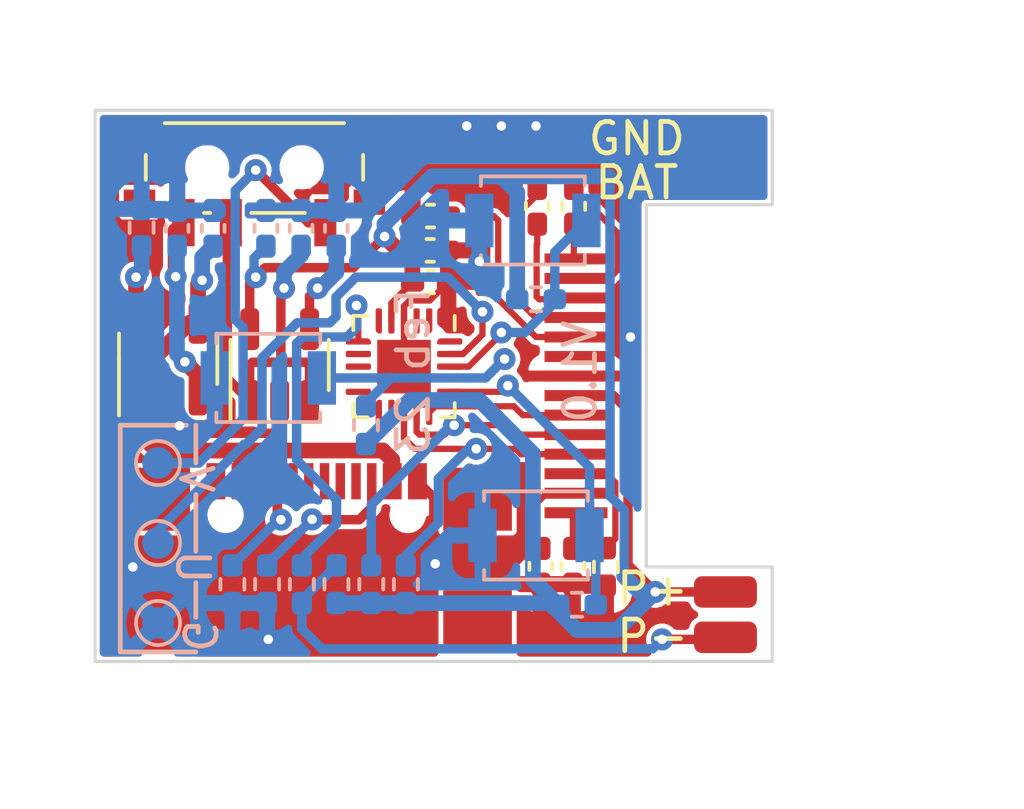
<source format=kicad_pcb>
(kicad_pcb (version 20211014) (generator pcbnew)
  (layers (0 "F.Cu" signal) (31 "B.Cu" power) (34 "B.Paste" user) (35 "F.Paste" user) (36 "B.SilkS" user "B.Silkscreen") (37 "F.SilkS" user "F.Silkscreen") (38 "B.Mask" user) (39 "F.Mask" user) (44 "Edge.Cuts" user))
  (net 0 "")
  (net 1 "/C2P")
  (net 2 "/C2N")
  (net 3 "/C1P")
  (net 4 "/C1N")
  (net 5 "GND")
  (net 6 "/VBUS")
  (net 7 "/BAT+")
  (net 8 "/bypass")
  (net 9 "/VBAT")
  (net 10 "+3V3")
  (net 11 "/-Piezo")
  (net 14 "SCL")
  (net 15 "SDA")
  (net 16 "BTN_RIGHT")
  (net 17 "BTN_LEFT")
  (net 18 "SENSE")
  (net 19 "VCC")
  (net 20 "UDPI")
  (net 22 "~{RES}")
  (net 29 "/CRG_PROG")
  (net 34 "/VCOMM")
  (net 35 "/VCC_CAP")
  (net 37 "/IREF")
  (net 42 "/CC1")
  (net 43 "/CC2")
  (net 44 "/PWR_IN")
  (net 45 "BTN_MID")
  (footprint "Capacitor_SMD:C_0402_1005Metric_Pad0.74x0.62mm_HandSolder" (layer "F.Cu") (at 150.15 107.95)
    (fp_text reference "C12")
    (fp_text value "100n")
    (pad "1" smd roundrect (at -0.5675 0) (size 0.735 0.62) (layers "F.Cu" "F.Paste" "F.Mask") (net 10 "+3V3"))
    (pad "2" smd roundrect (at 0.5675 0) (size 0.735 0.62) (layers "F.Cu" "F.Paste" "F.Mask") (net 5 "GND"))
  )
  (footprint "Resistor_SMD:R_0402_1005Metric_Pad0.72x0.64mm_HandSolder" (layer "F.Cu") (at 155.72 117 -90)
    (fp_text reference "R2")
    (fp_text value "330K")
    (pad "1" smd roundrect (at -0.5975 0 270) (size 0.715 0.64) (layers "F.Cu" "F.Paste" "F.Mask") (net 37 "/IREF"))
    (pad "2" smd roundrect (at 0.5975 0 270) (size 0.715 0.64) (layers "F.Cu" "F.Paste" "F.Mask") (net 5 "GND"))
  )
  (footprint "Package_DFN_QFN:VQFN-20-1EP_3x3mm_P0.4mm_EP1.7x1.7mm" (layer "F.Cu") (at 149.308476 110.64 -90)
    (fp_text reference "U4")
    (fp_text value "ATtiny1616-MNR")
    (pad "1" smd custom (at -1.45 -0.8 270) (size 0.143431 0.143431) (layers "F.Cu" "F.Paste" "F.Mask") (options (clearance outline) (anchor circle)) (primitives (gr_poly (pts (xy 0.35 0.000711) (xy 0.35 0.05) (xy -0.35 0.05) (xy -0.35 -0.05) (xy 0.299289 -0.05)) (width 0.1) (fill yes))))
    (pad "2" smd roundrect (at -1.45 -0.4 270) (size 0.8 0.2) (layers "F.Cu" "F.Paste" "F.Mask"))
    (pad "3" smd roundrect (at -1.45 0 270) (size 0.8 0.2) (layers "F.Cu" "F.Paste" "F.Mask") (net 5 "GND"))
    (pad "4" smd roundrect (at -1.45 0.4 270) (size 0.8 0.2) (layers "F.Cu" "F.Paste" "F.Mask") (net 10 "+3V3"))
    (pad "5" smd custom (at -1.45 0.8 270) (size 0.143431 0.143431) (layers "F.Cu" "F.Paste" "F.Mask") (options (clearance outline) (anchor circle)) (primitives (gr_poly (pts (xy 0.35 -0.000711) (xy 0.299289 0.05) (xy -0.35 0.05) (xy -0.35 -0.05) (xy 0.35 -0.05)) (width 0.1) (fill yes))))
    (pad "6" smd custom (at -0.8 1.45 270) (size 0.143431 0.143431) (layers "F.Cu" "F.Paste" "F.Mask") (net 18 "SENSE") (options (clearance outline) (anchor circle)) (primitives (gr_poly (pts (xy 0.05 0.35) (xy -0.05 0.35) (xy -0.05 -0.299289) (xy 0.000711 -0.35) (xy 0.05 -0.35)) (width 0.1) (fill yes))))
    (pad "7" smd roundrect (at -0.4 1.45 270) (size 0.2 0.8) (layers "F.Cu" "F.Paste" "F.Mask"))
    (pad "8" smd roundrect (at 0 1.45 270) (size 0.2 0.8) (layers "F.Cu" "F.Paste" "F.Mask"))
    (pad "9" smd roundrect (at 0.4 1.45 270) (size 0.2 0.8) (layers "F.Cu" "F.Paste" "F.Mask"))
    (pad "10" smd custom (at 0.8 1.45 270) (size 0.143431 0.143431) (layers "F.Cu" "F.Paste" "F.Mask") (options (clearance outline) (anchor circle)) (primitives (gr_poly (pts (xy 0.05 -0.299289) (xy 0.05 0.35) (xy -0.05 0.35) (xy -0.05 -0.35) (xy -0.000711 -0.35)) (width 0.1) (fill yes))))
    (pad "11" smd custom (at 1.45 0.8 270) (size 0.143431 0.143431) (layers "F.Cu" "F.Paste" "F.Mask") (options (clearance outline) (anchor circle)) (primitives (gr_poly (pts (xy 0.35 0.05) (xy -0.299289 0.05) (xy -0.35 -0.000711) (xy -0.35 -0.05) (xy 0.35 -0.05)) (width 0.1) (fill yes))))
    (pad "12" smd roundrect (at 1.45 0.4 270) (size 0.8 0.2) (layers "F.Cu" "F.Paste" "F.Mask"))
    (pad "13" smd roundrect (at 1.45 0 270) (size 0.8 0.2) (layers "F.Cu" "F.Paste" "F.Mask") (net 15 "SDA"))
    (pad "14" smd roundrect (at 1.45 -0.4 270) (size 0.8 0.2) (layers "F.Cu" "F.Paste" "F.Mask") (net 14 "SCL"))
    (pad "15" smd custom (at 1.45 -0.8 270) (size 0.143431 0.143431) (layers "F.Cu" "F.Paste" "F.Mask") (net 22 "~{RES}") (options (clearance outline) (anchor circle)) (primitives (gr_poly (pts (xy 0.35 0.05) (xy -0.35 0.05) (xy -0.35 0.000711) (xy -0.299289 -0.05) (xy 0.35 -0.05)) (width 0.1) (fill yes))))
    (pad "16" smd custom (at 0.8 -1.45 270) (size 0.143431 0.143431) (layers "F.Cu" "F.Paste" "F.Mask") (net 16 "BTN_RIGHT") (options (clearance outline) (anchor circle)) (primitives (gr_poly (pts (xy 0.05 0.299289) (xy -0.000711 0.35) (xy -0.05 0.35) (xy -0.05 -0.35) (xy 0.05 -0.35)) (width 0.1) (fill yes))))
    (pad "17" smd roundrect (at 0.4 -1.45 270) (size 0.2 0.8) (layers "F.Cu" "F.Paste" "F.Mask") (net 45 "BTN_MID"))
    (pad "18" smd roundrect (at 0 -1.45 270) (size 0.2 0.8) (layers "F.Cu" "F.Paste" "F.Mask") (net 17 "BTN_LEFT"))
    (pad "19" smd roundrect (at -0.4 -1.45 270) (size 0.2 0.8) (layers "F.Cu" "F.Paste" "F.Mask") (net 20 "UDPI"))
    (pad "20" smd custom (at -0.8 -1.45 270) (size 0.143431 0.143431) (layers "F.Cu" "F.Paste" "F.Mask") (options (clearance outline) (anchor circle)) (primitives (gr_poly (pts (xy 0.05 0.35) (xy 0.000711 0.35) (xy -0.05 0.299289) (xy -0.05 -0.35) (xy 0.05 -0.35)) (width 0.1) (fill yes))))
    (pad "21" smd rect (at 0 0 270) (size 1.7 1.7) (layers "F.Cu" "F.Mask") (net 5 "GND"))
  )
  (footprint "Capacitor_SMD:C_0402_1005Metric_Pad0.74x0.62mm_HandSolder" (layer "F.Cu") (at 150.15 105.86 180)
    (fp_text reference "C9")
    (fp_text value "1uF")
    (pad "1" smd roundrect (at -0.5675 0 180) (size 0.735 0.62) (layers "F.Cu" "F.Paste" "F.Mask") (net 9 "/VBAT"))
    (pad "2" smd roundrect (at 0.5675 0 180) (size 0.735 0.62) (layers "F.Cu" "F.Paste" "F.Mask") (net 5 "GND"))
  )
  (footprint "hafvklocka_footprints_lib:SOFNG MC-311S USB-C" (layer "F.Cu") (at 146.535 118.75)
    (fp_text reference "J8")
    (fp_text value "USB_C_Receptacle_USB2.0")
    (pad "" np_thru_hole circle (at 2.89 -3.4) (size 0.65 0.65) (drill 0.65) (layers F&B.Cu *.Mask))
    (pad "" np_thru_hole circle (at -2.89 -3.4) (size 0.65 0.65) (drill 0.65) (layers F&B.Cu *.Mask))
    (pad "A1" smd rect (at -3.2 -4.47) (size 0.6 1.15) (layers "F.Cu" "F.Paste" "F.Mask") (net 5 "GND"))
    (pad "A1" smd rect (at 3.2 -4.47) (size 0.6 1.15) (layers "F.Cu" "F.Paste" "F.Mask") (net 5 "GND"))
    (pad "A4" smd rect (at -2.4 -4.47) (size 0.6 1.15) (layers "F.Cu" "F.Paste" "F.Mask") (net 6 "/VBUS"))
    (pad "A4" smd rect (at 2.4 -4.47) (size 0.6 1.15) (layers "F.Cu" "F.Paste" "F.Mask") (net 6 "/VBUS"))
    (pad "A5" smd rect (at -1.25 -4.47) (size 0.3 1.15) (layers "F.Cu" "F.Paste" "F.Mask") (net 42 "/CC1"))
    (pad "A6" smd rect (at -0.25 -4.47) (size 0.3 1.15) (layers "F.Cu" "F.Paste" "F.Mask"))
    (pad "A7" smd rect (at 0.25 -4.47) (size 0.3 1.15) (layers "F.Cu" "F.Paste" "F.Mask"))
    (pad "A8" smd rect (at 1.25 -4.47) (size 0.3 1.15) (layers "F.Cu" "F.Paste" "F.Mask"))
    (pad "B5" smd rect (at 1.75 -4.47) (size 0.3 1.15) (layers "F.Cu" "F.Paste" "F.Mask") (net 43 "/CC2"))
    (pad "B6" smd rect (at 0.75 -4.47) (size 0.3 1.15) (layers "F.Cu" "F.Paste" "F.Mask"))
    (pad "B7" smd rect (at -0.75 -4.47) (size 0.3 1.15) (layers "F.Cu" "F.Paste" "F.Mask"))
    (pad "B8" smd rect (at -1.75 -4.47) (size 0.3 1.15) (layers "F.Cu" "F.Paste" "F.Mask"))
    (pad "S1" smd rect (at -5.11 -3.9) (size 2.18 2) (layers "F.Cu" "F.Paste" "F.Mask"))
    (pad "S1" smd rect (at 5.11 -3.9) (size 2.18 2) (layers "F.Cu" "F.Paste" "F.Mask"))
    (pad "S1" smd rect (at 5.11 0) (size 2.18 2) (layers "F.Cu" "F.Paste" "F.Mask"))
    (pad "S1" smd rect (at -5.11 0) (size 2.18 2) (layers "F.Cu" "F.Paste" "F.Mask"))
  )
  (footprint "Package_TO_SOT_SMD:SOT-23-5" (layer "F.Cu") (at 145.36 110.59 90)
    (fp_text reference "U3")
    (fp_text value "TC1014-3.3VCT713")
    (pad "1" smd roundrect (at -1.1375 -0.95 90) (size 1.325 0.6) (layers "F.Cu" "F.Paste" "F.Mask") (net 44 "/PWR_IN"))
    (pad "2" smd roundrect (at -1.1375 0 90) (size 1.325 0.6) (layers "F.Cu" "F.Paste" "F.Mask") (net 5 "GND"))
    (pad "3" smd roundrect (at -1.1375 0.95 90) (size 1.325 0.6) (layers "F.Cu" "F.Paste" "F.Mask") (net 44 "/PWR_IN"))
    (pad "4" smd roundrect (at 1.1375 0.95 90) (size 1.325 0.6) (layers "F.Cu" "F.Paste" "F.Mask") (net 8 "/bypass"))
    (pad "5" smd roundrect (at 1.1375 -0.95 90) (size 1.325 0.6) (layers "F.Cu" "F.Paste" "F.Mask") (net 10 "+3V3"))
  )
  (footprint "Connector_Wire:SolderWirePad_1x01_SMD_1x2mm" (layer "F.Cu") (at 159.515 117.795 -90)
    (fp_text reference "J6")
    (fp_text value "+PIEZO")
    (pad "1" smd roundrect (at 0 0 270) (size 1 2) (layers "F.Cu" "F.Paste" "F.Mask") (net 10 "+3V3"))
  )
  (footprint "Capacitor_SMD:C_0402_1005Metric_Pad0.74x0.62mm_HandSolder" (layer "F.Cu") (at 154.7 105.55 90)
    (fp_text reference "C1")
    (fp_text value "1uF")
    (pad "1" smd roundrect (at -0.5675 0 90) (size 0.735 0.62) (layers "F.Cu" "F.Paste" "F.Mask") (net 1 "/C2P"))
    (pad "2" smd roundrect (at 0.5675 0 90) (size 0.735 0.62) (layers "F.Cu" "F.Paste" "F.Mask") (net 2 "/C2N"))
  )
  (footprint "Capacitor_SMD:C_0402_1005Metric_Pad0.74x0.62mm_HandSolder" (layer "F.Cu") (at 150.14 106.95)
    (fp_text reference "C11")
    (fp_text value "1uF")
    (pad "1" smd roundrect (at -0.5675 0) (size 0.735 0.62) (layers "F.Cu" "F.Paste" "F.Mask") (net 10 "+3V3"))
    (pad "2" smd roundrect (at 0.5675 0) (size 0.735 0.62) (layers "F.Cu" "F.Paste" "F.Mask") (net 5 "GND"))
  )
  (footprint "Package_TO_SOT_SMD:SOT-23-5" (layer "F.Cu") (at 141.82 110.39 90)
    (fp_text reference "U2")
    (fp_text value "MCP73812T-420I-OT")
    (pad "1" smd roundrect (at -1.1375 -0.95 90) (size 1.325 0.6) (layers "F.Cu" "F.Paste" "F.Mask") (net 6 "/VBUS"))
    (pad "2" smd roundrect (at -1.1375 0 90) (size 1.325 0.6) (layers "F.Cu" "F.Paste" "F.Mask") (net 5 "GND"))
    (pad "3" smd roundrect (at -1.1375 0.95 90) (size 1.325 0.6) (layers "F.Cu" "F.Paste" "F.Mask") (net 7 "/BAT+"))
    (pad "4" smd roundrect (at 1.1375 0.95 90) (size 1.325 0.6) (layers "F.Cu" "F.Paste" "F.Mask") (net 6 "/VBUS"))
    (pad "5" smd roundrect (at 1.1375 -0.95 90) (size 1.325 0.6) (layers "F.Cu" "F.Paste" "F.Mask") (net 29 "/CRG_PROG"))
  )
  (footprint "Connector_Wire:SolderWirePad_1x01_SMD_1x2mm" (layer "F.Cu") (at 159.565 104.755 90)
    (fp_text reference "J1")
    (fp_text value "+BAT")
    (pad "1" smd roundrect (at 0 0 90) (size 1 2) (layers "F.Cu" "F.Paste" "F.Mask") (net 7 "/BAT+"))
  )
  (footprint "Capacitor_SMD:C_0402_1005Metric_Pad0.74x0.62mm_HandSolder" (layer "F.Cu") (at 153.65 116.98 -90)
    (fp_text reference "C5")
    (fp_text value "4.7uF")
    (pad "1" smd roundrect (at -0.5675 0 270) (size 0.735 0.62) (layers "F.Cu" "F.Paste" "F.Mask") (net 34 "/VCOMM"))
    (pad "2" smd roundrect (at 0.5675 0 270) (size 0.735 0.62) (layers "F.Cu" "F.Paste" "F.Mask") (net 5 "GND"))
  )
  (footprint "Connector_Wire:SolderWirePad_1x01_SMD_1x2mm" (layer "F.Cu") (at 159.575 103.295 90)
    (fp_text reference "J2")
    (fp_text value "-BAT")
    (pad "1" smd roundrect (at 0 0 90) (size 1 2) (layers "F.Cu" "F.Paste" "F.Mask") (net 5 "GND"))
  )
  (footprint "Connector_Wire:SolderWirePad_1x01_SMD_1x2mm" (layer "F.Cu") (at 159.515 119.235 -90)
    (fp_text reference "J7")
    (fp_text value "-PIEZO")
    (pad "1" smd roundrect (at 0 0 270) (size 1 2) (layers "F.Cu" "F.Paste" "F.Mask") (net 11 "/-Piezo"))
  )
  (footprint "Capacitor_SMD:C_0402_1005Metric_Pad0.74x0.62mm_HandSolder" (layer "F.Cu") (at 154.67 116.98 -90)
    (fp_text reference "C6")
    (fp_text value "2.2uF")
    (pad "1" smd roundrect (at -0.5675 0 270) (size 0.735 0.62) (layers "F.Cu" "F.Paste" "F.Mask") (net 35 "/VCC_CAP"))
    (pad "2" smd roundrect (at 0.5675 0 270) (size 0.735 0.62) (layers "F.Cu" "F.Paste" "F.Mask") (net 5 "GND"))
  )
  (footprint "Capacitor_SMD:C_0402_1005Metric_Pad0.74x0.62mm_HandSolder" (layer "F.Cu") (at 153.54 105.55 90)
    (fp_text reference "C2")
    (fp_text value "1uF")
    (pad "1" smd roundrect (at -0.5675 0 90) (size 0.735 0.62) (layers "F.Cu" "F.Paste" "F.Mask") (net 3 "/C1P"))
    (pad "2" smd roundrect (at 0.5675 0 90) (size 0.735 0.62) (layers "F.Cu" "F.Paste" "F.Mask") (net 4 "/C1N"))
  )
  (footprint "Button_Switch_SMD:SW_SPDT_PCM12" (layer "F.Cu") (at 144.56 104.64 180)
    (fp_text reference "SW1")
    (fp_text value "PWR_SEL")
    (pad "" smd rect (at 3.65 1.43 180) (size 1 0.8) (layers "F.Cu" "F.Paste" "F.Mask"))
    (pad "" smd rect (at 3.65 -0.78 180) (size 1 0.8) (layers "F.Cu" "F.Paste" "F.Mask"))
    (pad "" np_thru_hole circle (at -1.5 0.33 180) (size 0.9 0.9) (drill 0.9) (layers *.Cu *.Mask))
    (pad "" smd rect (at -3.65 -0.78 180) (size 1 0.8) (layers "F.Cu" "F.Paste" "F.Mask"))
    (pad "" np_thru_hole circle (at 1.5 0.33 180) (size 0.9 0.9) (drill 0.9) (layers *.Cu *.Mask))
    (pad "" smd rect (at -3.65 1.43 180) (size 1 0.8) (layers "F.Cu" "F.Paste" "F.Mask"))
    (pad "1" smd rect (at -2.25 -1.43 180) (size 0.7 1.5) (layers "F.Cu" "F.Paste" "F.Mask") (net 19 "VCC"))
    (pad "2" smd rect (at 0.75 -1.43 180) (size 0.7 1.5) (layers "F.Cu" "F.Paste" "F.Mask") (net 44 "/PWR_IN"))
    (pad "3" smd rect (at 2.25 -1.43 180) (size 0.7 1.5) (layers "F.Cu" "F.Paste" "F.Mask") (net 7 "/BAT+"))
  )
  (footprint "hafvklocka_footprints_lib:SSD1306-14pin" (layer "F.Cu") (at 154.77 111.25 -90)
    (fp_text reference "U1")
    (fp_text value "SSD1306-14pin")
    (pad "1" smd rect (at -4.03 0 270) (size 0.35 2) (layers "F.Cu" "F.Paste" "F.Mask") (net 1 "/C2P"))
    (pad "2" smd rect (at -3.41 0 270) (size 0.35 2) (layers "F.Cu" "F.Paste" "F.Mask") (net 2 "/C2N"))
    (pad "3" smd rect (at -2.79 0 270) (size 0.35 2) (layers "F.Cu" "F.Paste" "F.Mask") (net 3 "/C1P"))
    (pad "4" smd rect (at -2.17 0 270) (size 0.35 2) (layers "F.Cu" "F.Paste" "F.Mask") (net 4 "/C1N"))
    (pad "5" smd rect (at -1.55 0 270) (size 0.35 2) (layers "F.Cu" "F.Paste" "F.Mask") (net 9 "/VBAT"))
    (pad "6" smd rect (at -0.93 0 270) (size 0.35 2) (layers "F.Cu" "F.Paste" "F.Mask"))
    (pad "7" smd rect (at -0.31 0 270) (size 0.35 2) (layers "F.Cu" "F.Paste" "F.Mask") (net 5 "GND"))
    (pad "8" smd rect (at 0.31 0 270) (size 0.35 2) (layers "F.Cu" "F.Paste" "F.Mask") (net 10 "+3V3"))
    (pad "9" smd rect (at 0.93 0 270) (size 0.35 2) (layers "F.Cu" "F.Paste" "F.Mask") (net 22 "~{RES}"))
    (pad "10" smd rect (at 1.55 0 270) (size 0.35 2) (layers "F.Cu" "F.Paste" "F.Mask") (net 14 "SCL"))
    (pad "11" smd rect (at 2.17 0 270) (size 0.35 2) (layers "F.Cu" "F.Paste" "F.Mask") (net 15 "SDA"))
    (pad "12" smd rect (at 2.79 0 270) (size 0.35 2) (layers "F.Cu" "F.Paste" "F.Mask") (net 37 "/IREF"))
    (pad "13" smd rect (at 3.41 0 270) (size 0.35 2) (layers "F.Cu" "F.Paste" "F.Mask") (net 34 "/VCOMM"))
    (pad "14" smd rect (at 4.03 0 270) (size 0.35 2) (layers "F.Cu" "F.Paste" "F.Mask") (net 35 "/VCC_CAP"))
  )
  (footprint "Resistor_SMD:R_0402_1005Metric_Pad0.72x0.64mm_HandSolder" (layer "B.Cu") (at 147.164 117.55 -90)
    (fp_text reference "R9")
    (fp_text value "1M")
    (pad "1" smd roundrect (at -0.5975 0 270) (size 0.715 0.64) (layers "B.Cu" "B.Paste" "B.Mask") (net 11 "/-Piezo"))
    (pad "2" smd roundrect (at 0.5975 0 270) (size 0.715 0.64) (layers "B.Cu" "B.Paste" "B.Mask") (net 10 "+3V3"))
  )
  (footprint "Resistor_SMD:R_0402_1005Metric_Pad0.72x0.64mm_HandSolder" (layer "B.Cu") (at 154.8 118.2)
    (fp_text reference "R7")
    (fp_text value "2K")
    (pad "1" smd roundrect (at -0.5975 0) (size 0.715 0.64) (layers "B.Cu" "B.Paste" "B.Mask") (net 10 "+3V3"))
    (pad "2" smd roundrect (at 0.5975 0) (size 0.715 0.64) (layers "B.Cu" "B.Paste" "B.Mask") (net 16 "BTN_RIGHT"))
  )
  (footprint "Button_Switch_SMD:SW_SPST_B3U-1000P" (layer "B.Cu") (at 153.5 116 180)
    (fp_text reference "SW3")
    (fp_text value "BTN_RIGHT")
    (pad "1" smd rect (at -1.7 0 180) (size 0.9 1.7) (layers "B.Cu" "B.Paste" "B.Mask") (net 16 "BTN_RIGHT"))
    (pad "2" smd rect (at 1.7 0 180) (size 0.9 1.7) (layers "B.Cu" "B.Paste" "B.Mask") (net 5 "GND"))
  )
  (footprint "Capacitor_SMD:C_0402_1005Metric_Pad0.74x0.62mm_HandSolder" (layer "B.Cu") (at 143.25 106.25 90)
    (fp_text reference "C4")
    (fp_text value "1uF")
    (pad "1" smd roundrect (at -0.5675 0 90) (size 0.735 0.62) (layers "B.Cu" "B.Paste" "B.Mask") (net 6 "/VBUS"))
    (pad "2" smd roundrect (at 0.5675 0 90) (size 0.735 0.62) (layers "B.Cu" "B.Paste" "B.Mask") (net 5 "GND"))
  )
  (footprint "Resistor_SMD:R_0402_1005Metric_Pad0.72x0.64mm_HandSolder" (layer "B.Cu") (at 140.978 106.23 90)
    (fp_text reference "R1")
    (fp_text value "10K")
    (pad "1" smd roundrect (at -0.5975 0 90) (size 0.715 0.64) (layers "B.Cu" "B.Paste" "B.Mask") (net 29 "/CRG_PROG"))
    (pad "2" smd roundrect (at 0.5975 0 90) (size 0.715 0.64) (layers "B.Cu" "B.Paste" "B.Mask") (net 5 "GND"))
  )
  (footprint "Button_Switch_SMD:SW_SPST_B3U-1000P" (layer "B.Cu") (at 145 111 180)
    (fp_text reference "SW4")
    (fp_text value "BTN_MID")
    (pad "1" smd rect (at -1.7 0 180) (size 0.9 1.7) (layers "B.Cu" "B.Paste" "B.Mask") (net 45 "BTN_MID"))
    (pad "2" smd rect (at 1.7 0 180) (size 0.9 1.7) (layers "B.Cu" "B.Paste" "B.Mask") (net 5 "GND"))
  )
  (footprint "Resistor_SMD:R_0402_1005Metric_Pad0.72x0.64mm_HandSolder" (layer "B.Cu") (at 143.86 117.55 -90)
    (fp_text reference "R11")
    (fp_text value "5K1")
    (pad "1" smd roundrect (at -0.5975 0 270) (size 0.715 0.64) (layers "B.Cu" "B.Paste" "B.Mask") (net 42 "/CC1"))
    (pad "2" smd roundrect (at 0.5975 0 270) (size 0.715 0.64) (layers "B.Cu" "B.Paste" "B.Mask") (net 5 "GND"))
  )
  (footprint "TestPoint:TestPoint_Pad_D1.0mm" (layer "B.Cu") (at 141.5 116.24 -90)
    (fp_text reference "J4")
    (fp_text value "UDPI")
    (pad "1" smd circle (at 0 0 270) (size 1 1) (layers "B.Cu" "B.Mask") (net 20 "UDPI"))
  )
  (footprint "Resistor_SMD:R_0402_1005Metric_Pad0.72x0.64mm_HandSolder" (layer "B.Cu") (at 148.27 117.55 90)
    (fp_text reference "R3")
    (fp_text value "2K")
    (pad "1" smd roundrect (at -0.5975 0 90) (size 0.715 0.64) (layers "B.Cu" "B.Paste" "B.Mask") (net 10 "+3V3"))
    (pad "2" smd roundrect (at 0.5975 0 90) (size 0.715 0.64) (layers "B.Cu" "B.Paste" "B.Mask") (net 14 "SCL"))
  )
  (footprint "Button_Switch_SMD:SW_SPST_B3U-1000P" (layer "B.Cu") (at 153.4 106 180)
    (fp_text reference "SW2")
    (fp_text value "BTN_LEFT")
    (pad "1" smd rect (at -1.7 0 180) (size 0.9 1.7) (layers "B.Cu" "B.Paste" "B.Mask") (net 17 "BTN_LEFT"))
    (pad "2" smd rect (at 1.7 0 180) (size 0.9 1.7) (layers "B.Cu" "B.Paste" "B.Mask") (net 5 "GND"))
  )
  (footprint "Resistor_SMD:R_0402_1005Metric_Pad0.72x0.64mm_HandSolder" (layer "B.Cu") (at 153.5 108.5)
    (fp_text reference "R6")
    (fp_text value "2K")
    (pad "1" smd roundrect (at -0.5975 0) (size 0.715 0.64) (layers "B.Cu" "B.Paste" "B.Mask") (net 10 "+3V3"))
    (pad "2" smd roundrect (at 0.5975 0) (size 0.715 0.64) (layers "B.Cu" "B.Paste" "B.Mask") (net 17 "BTN_LEFT"))
  )
  (footprint "Resistor_SMD:R_0402_1005Metric_Pad0.72x0.64mm_HandSolder" (layer "B.Cu") (at 148.1 112.5 90)
    (fp_text reference "R5")
    (fp_text value "2K")
    (pad "1" smd roundrect (at -0.5975 0 90) (size 0.715 0.64) (layers "B.Cu" "B.Paste" "B.Mask") (net 10 "+3V3"))
    (pad "2" smd roundrect (at 0.5975 0 90) (size 0.715 0.64) (layers "B.Cu" "B.Paste" "B.Mask") (net 45 "BTN_MID"))
  )
  (footprint "Resistor_SMD:R_0402_1005Metric_Pad0.72x0.64mm_HandSolder" (layer "B.Cu") (at 149.368 117.55 90)
    (fp_text reference "R4")
    (fp_text value "2K")
    (pad "1" smd roundrect (at -0.5975 0 90) (size 0.715 0.64) (layers "B.Cu" "B.Paste" "B.Mask") (net 10 "+3V3"))
    (pad "2" smd roundrect (at 0.5975 0 90) (size 0.715 0.64) (layers "B.Cu" "B.Paste" "B.Mask") (net 15 "SDA"))
  )
  (footprint "Resistor_SMD:R_0402_1005Metric_Pad0.72x0.64mm_HandSolder" (layer "B.Cu") (at 146.066 117.55 -90)
    (fp_text reference "R8")
    (fp_text value "100K")
    (pad "1" smd roundrect (at -0.5975 0 270) (size 0.715 0.64) (layers "B.Cu" "B.Paste" "B.Mask") (net 18 "SENSE"))
    (pad "2" smd roundrect (at 0.5975 0 270) (size 0.715 0.64) (layers "B.Cu" "B.Paste" "B.Mask") (net 11 "/-Piezo"))
  )
  (footprint "Resistor_SMD:R_0402_1005Metric_Pad0.72x0.64mm_HandSolder" (layer "B.Cu") (at 144.962 117.55 -90)
    (fp_text reference "R10")
    (fp_text value "5K1")
    (pad "1" smd roundrect (at -0.5975 0 270) (size 0.715 0.64) (layers "B.Cu" "B.Paste" "B.Mask") (net 43 "/CC2"))
    (pad "2" smd roundrect (at 0.5975 0 270) (size 0.715 0.64) (layers "B.Cu" "B.Paste" "B.Mask") (net 5 "GND"))
  )
  (footprint "Capacitor_SMD:C_0402_1005Metric_Pad0.74x0.62mm_HandSolder" (layer "B.Cu") (at 144.924 106.25 90)
    (fp_text reference "C10")
    (fp_text value "1uF")
    (pad "1" smd roundrect (at -0.5675 0 90) (size 0.735 0.62) (layers "B.Cu" "B.Paste" "B.Mask") (net 10 "+3V3"))
    (pad "2" smd roundrect (at 0.5675 0 90) (size 0.735 0.62) (layers "B.Cu" "B.Paste" "B.Mask") (net 5 "GND"))
  )
  (footprint "TestPoint:TestPoint_Pad_D1.0mm" (layer "B.Cu") (at 141.5 113.7 -90)
    (fp_text reference "J3")
    (fp_text value "VCC")
    (pad "1" smd circle (at 0 0 270) (size 1 1) (layers "B.Cu" "B.Mask") (net 19 "VCC"))
  )
  (footprint "Capacitor_SMD:C_0402_1005Metric_Pad0.74x0.62mm_HandSolder" (layer "B.Cu") (at 147.16 106.25 90)
    (fp_text reference "C8")
    (fp_text value "470pF")
    (pad "1" smd roundrect (at -0.5675 0 90) (size 0.735 0.62) (layers "B.Cu" "B.Paste" "B.Mask") (net 8 "/bypass"))
    (pad "2" smd roundrect (at 0.5675 0 90) (size 0.735 0.62) (layers "B.Cu" "B.Paste" "B.Mask") (net 5 "GND"))
  )
  (footprint "Capacitor_SMD:C_0402_1005Metric_Pad0.74x0.62mm_HandSolder" (layer "B.Cu") (at 146.042 106.25 90)
    (fp_text reference "C3")
    (fp_text value "1uF")
    (pad "1" smd roundrect (at -0.5675 0 90) (size 0.735 0.62) (layers "B.Cu" "B.Paste" "B.Mask") (net 44 "/PWR_IN"))
    (pad "2" smd roundrect (at 0.5675 0 90) (size 0.735 0.62) (layers "B.Cu" "B.Paste" "B.Mask") (net 5 "GND"))
  )
  (footprint "Capacitor_SMD:C_0402_1005Metric_Pad0.74x0.62mm_HandSolder" (layer "B.Cu") (at 142.106 106.25 90)
    (fp_text reference "C7")
    (fp_text value "1uF")
    (pad "1" smd roundrect (at -0.5675 0 90) (size 0.735 0.62) (layers "B.Cu" "B.Paste" "B.Mask") (net 7 "/BAT+"))
    (pad "2" smd roundrect (at 0.5675 0 90) (size 0.735 0.62) (layers "B.Cu" "B.Paste" "B.Mask") (net 5 "GND"))
  )
  (footprint "TestPoint:TestPoint_Pad_D1.0mm" (layer "B.Cu") (at 141.5 118.78 -90)
    (fp_text reference "J5")
    (fp_text value "GND")
    (pad "1" smd circle (at 0 0 270) (size 1 1) (layers "B.Cu" "B.Mask") (net 5 "GND"))
  )
  (gr_line (start 142.7 116.5) (end 142.7 114.7) (layer "B.SilkS") (width 0.15))
  (gr_line (start 142.7 113.7) (end 142.7 112.5) (layer "B.SilkS") (width 0.15))
  (gr_line (start 142.7 118.6) (end 142.7 117.5) (layer "B.SilkS") (width 0.15))
  (gr_line (start 142.4 112.5) (end 140.3 112.5) (layer "B.SilkS") (width 0.15))
  (gr_line (start 140.3 119.7) (end 142.7 119.7) (layer "B.SilkS") (width 0.15))
  (gr_line (start 140.3 112.5) (end 140.3 119.7) (layer "B.SilkS") (width 0.15))
  (gr_line locked (start 157 105.5) (end 161 105.5) (layer "Edge.Cuts") (width 0.1))
  (gr_line locked (start 157 117) (end 161 117) (layer "Edge.Cuts") (width 0.1))
  (gr_line locked (start 161 102.5) (end 161 105.5) (layer "Edge.Cuts") (width 0.1))
  (gr_line locked (start 139.5 120) (end 139.5 102.5) (layer "Edge.Cuts") (width 0.1))
  (gr_line locked (start 161 120) (end 139.5 120) (layer "Edge.Cuts") (width 0.1))
  (gr_line locked (start 157 105.5) (end 157 117) (layer "Edge.Cuts") (width 0.1))
  (gr_line locked (start 161 117) (end 161 120) (layer "Edge.Cuts") (width 0.1))
  (gr_line locked (start 161 102.5) (end 139.5 102.5) (layer "Edge.Cuts") (width 0.1))
  (gr_text "V" (at 142.7 114.2 270) (layer "B.SilkS") (effects (font (size 1 1)) (justify mirror)))
  (gr_text "G" (at 142.8 119.2 270) (layer "B.SilkS") (effects (font (size 1 1)) (justify mirror)))
  (gr_text "V1.0" (at 154.9 110.8 90) (layer "B.SilkS") (effects (font (size 1 1)) (justify mirror)))
  (gr_text "Feb 23" (at 149.6 110.8 90) (layer "B.SilkS") (effects (font (size 1 1)) (justify mirror)))
  (gr_text "U\n" (at 142.6 117 270) (layer "B.SilkS") (effects (font (size 1 1)) (justify mirror)))
  (gr_text "BAT" (at 156.7 104.8) (layer "F.SilkS") (effects (font (size 1 1))))
  (gr_text "P+" (at 157.2 117.7) (layer "F.SilkS") (effects (font (size 1 1))))
  (gr_text "GND" (at 156.7 103.4) (layer "F.SilkS") (effects (font (size 1 1))))
  (gr_text "P-" (at 157.2 119.2) (layer "F.SilkS") (effects (font (size 1 1))))
  (segment (start 154.7 107.15) (end 154.77 107.22) (width 0.2) (layer "F.Cu") (net 1))
  (segment (start 154.7 106.1175) (end 154.7 107.15) (width 0.2) (layer "F.Cu") (net 1))
  (segment (start 154.7 104.9825) (end 154.7 105) (width 0.2) (layer "F.Cu") (net 2))
  (segment (start 156.1 106.4) (end 156.1 107.565) (width 0.2) (layer "F.Cu") (net 2))
  (segment (start 154.7 105) (end 156.1 106.4) (width 0.2) (layer "F.Cu") (net 2))
  (segment (start 156.1 107.565) (end 155.825 107.84) (width 0.2) (layer "F.Cu") (net 2))
  (segment (start 155.825 107.84) (end 154.77 107.84) (width 0.2) (layer "F.Cu") (net 2))
  (segment (start 153.6 108.5) (end 154.73 108.5) (width 0.2) (layer "F.Cu") (net 3))
  (segment (start 153.52 108.42) (end 153.6 108.5) (width 0.2) (layer "F.Cu") (net 3))
  (segment (start 153.54 106.74) (end 153.52 106.76) (width 0.2) (layer "F.Cu") (net 3))
  (segment (start 153.52 106.76) (end 153.52 108.42) (width 0.2) (layer "F.Cu") (net 3))
  (segment (start 153.54 106.1175) (end 153.54 106.74) (width 0.2) (layer "F.Cu") (net 3))
  (segment (start 154.73 108.5) (end 154.77 108.46) (width 0.2) (layer "F.Cu") (net 3))
  (segment (start 153.54 104.9825) (end 153.54 105.177244) (width 0.2) (layer "F.Cu") (net 4))
  (segment (start 153.54 105.177244) (end 152.98 105.737244) (width 0.2) (layer "F.Cu") (net 4))
  (segment (start 152.98 108.58) (end 153.48 109.08) (width 0.2) (layer "F.Cu") (net 4))
  (segment (start 152.98 105.737244) (end 152.98 108.58) (width 0.2) (layer "F.Cu") (net 4))
  (segment (start 153.48 109.08) (end 154.77 109.08) (width 0.2) (layer "F.Cu") (net 4))
  (segment (start 143.335 114.28) (end 142.815 114.8) (width 0.3) (layer "F.Cu") (net 5))
  (segment (start 149.6175 105.86) (end 150.7075 106.95) (width 0.3) (layer "F.Cu") (net 5))
  (segment (start 149.308476 109.19) (end 149.308476 108.718998) (width 0.2) (layer "F.Cu") (net 5))
  (segment (start 154.67 117.5475) (end 153.65 117.5475) (width 0.5) (layer "F.Cu") (net 5))
  (segment (start 149.487474 108.54) (end 150.1275 108.54) (width 0.2) (layer "F.Cu") (net 5))
  (segment (start 141.82 111.5275) (end 141.82 112.157585) (width 0.5) (layer "F.Cu") (net 5))
  (segment (start 145.36 112.54) (end 145.145 112.755) (width 0.3) (layer "F.Cu") (net 5))
  (segment (start 155.72 117.5975) (end 154.72 117.5975) (width 0.5) (layer "F.Cu") (net 5))
  (segment (start 150.255 114.8) (end 150.255 115.8) (width 0.3) (layer "F.Cu") (net 5))
  (segment (start 149.308476 110.64) (end 149.308476 109.19) (width 0.2) (layer "F.Cu") (net 5))
  (segment (start 154.72 117.5975) (end 154.67 117.5475) (width 0.5) (layer "F.Cu") (net 5))
  (segment (start 142.417415 112.755) (end 142.182062 112.519647) (width 0.3) (layer "F.Cu") (net 5))
  (segment (start 150.7075 107.94) (end 150.7175 107.95) (width 0.5) (layer "F.Cu") (net 5))
  (segment (start 149.308476 108.718998) (end 149.487474 108.54) (width 0.2) (layer "F.Cu") (net 5))
  (segment (start 142.815 114.8) (end 142.815 115.7) (width 0.3) (layer "F.Cu") (net 5))
  (segment (start 145.145 112.755) (end 142.417415 112.755) (width 0.3) (layer "F.Cu") (net 5))
  (segment (start 150.7075 106.95) (end 150.7075 107.94) (width 0.5) (layer "F.Cu") (net 5))
  (segment (start 149.5825 105.86) (end 149.6175 105.86) (width 0.3) (layer "F.Cu") (net 5))
  (segment (start 141.82 112.157585) (end 142.182062 112.519647) (width 0.5) (layer "F.Cu") (net 5))
  (segment (start 149.735 114.28) (end 150.255 114.8) (width 0.3) (layer "F.Cu") (net 5))
  (segment (start 145.36 111.7275) (end 145.36 112.54) (width 0.3) (layer "F.Cu") (net 5))
  (segment (start 150.1275 108.54) (end 150.7175 107.95) (width 0.2) (layer "F.Cu") (net 5))
  (via (at 153.5 103) (size 0.7) (drill 0.3) (layers "F.Cu" "B.Cu") (net 5))
  (via (at 152.4 103) (size 0.7) (drill 0.3) (layers "F.Cu" "B.Cu") (net 5))
  (via (at 150.3 116.9) (size 0.7) (drill 0.3) (layers "F.Cu" "B.Cu") (net 5))
  (via (at 156.5 109.7) (size 0.7) (drill 0.3) (layers "F.Cu" "B.Cu") (net 5))
  (via (at 145 119.3) (size 0.7) (drill 0.3) (layers "F.Cu" "B.Cu") (net 5))
  (via (at 151.3 103) (size 0.7) (drill 0.3) (layers "F.Cu" "B.Cu") (net 5))
  (via (at 142.182062 112.519647) (size 0.7) (drill 0.3) (layers "F.Cu" "B.Cu") (net 5))
  (via (at 140.7 117) (size 0.7) (drill 0.3) (layers "F.Cu" "B.Cu") (net 5))
  (via (at 151.7 107.3) (size 0.7) (drill 0.3) (layers "F.Cu" "B.Cu") (net 5))
  (segment (start 140.87 110.871738) (end 142.489238 109.2525) (width 0.5) (layer "F.Cu") (net 6))
  (segment (start 148.64 113.305) (end 148.935 113.6) (width 0.5) (layer "F.Cu") (net 6))
  (segment (start 144.235 113.305) (end 148.64 113.305) (width 0.5) (layer "F.Cu") (net 6))
  (segment (start 142.77 109.2525) (end 142.77 108.03) (width 0.5) (layer "F.Cu") (net 6))
  (segment (start 141.457183 113.305) (end 144.235 113.305) (width 0.5) (layer "F.Cu") (net 6))
  (segment (start 140.87 112.717817) (end 141.457183 113.305) (width 0.5) (layer "F.Cu") (net 6))
  (segment (start 148.935 113.6) (end 148.935 114.28) (width 0.5) (layer "F.Cu") (net 6))
  (segment (start 144.135 113.405) (end 144.235 113.305) (width 0.5) (layer "F.Cu") (net 6))
  (segment (start 144.135 114.28) (end 144.135 113.405) (width 0.5) (layer "F.Cu") (net 6))
  (segment (start 140.87 112.2275) (end 140.87 112.717817) (width 0.5) (layer "F.Cu") (net 6))
  (segment (start 142.77 108.03) (end 142.9 107.9) (width 0.5) (layer "F.Cu") (net 6))
  (segment (start 142.489238 109.2525) (end 142.77 109.2525) (width 0.5) (layer "F.Cu") (net 6))
  (segment (start 140.87 111.5275) (end 140.87 110.871738) (width 0.5) (layer "F.Cu") (net 6))
  (via (at 142.9 107.9) (size 0.7) (drill 0.3) (layers "F.Cu" "B.Cu") (net 6))
  (segment (start 142.9 107.9) (end 142.9 107.1675) (width 0.5) (layer "B.Cu") (net 6))
  (segment (start 142.9 107.1675) (end 143.25 106.8175) (width 0.5) (layer "B.Cu") (net 6))
  (segment (start 142.058148 106.321852) (end 142.31 106.07) (width 0.5) (layer "F.Cu") (net 7))
  (segment (start 142.109999 105.869999) (end 142.109999 103.916496) (width 0.5) (layer "F.Cu") (net 7))
  (segment (start 142.77 110.908125) (end 142.350499 110.488624) (width 0.5) (layer "F.Cu") (net 7))
  (segment (start 147.3 104.1) (end 149.5 104.1) (width 0.5) (layer "F.Cu") (net 7))
  (segment (start 142.666496 103.359999) (end 146.559999 103.359999) (width 0.5) (layer "F.Cu") (net 7))
  (segment (start 146.559999 103.359999) (end 147.3 104.1) (width 0.5) (layer "F.Cu") (net 7))
  (segment (start 142.77 111.5275) (end 142.77 110.908125) (width 0.5) (layer "F.Cu") (net 7))
  (segment (start 149.5 104.1) (end 149.8 103.8) (width 0.5) (layer "F.Cu") (net 7))
  (segment (start 157.555 104.755) (end 159.565 104.755) (width 0.5) (layer "F.Cu") (net 7))
  (segment (start 142.31 106.07) (end 142.109999 105.869999) (width 0.5) (layer "F.Cu") (net 7))
  (segment (start 142.109999 103.916496) (end 142.666496 103.359999) (width 0.5) (layer "F.Cu") (net 7))
  (segment (start 142.058148 107.786248) (end 142.058148 106.321852) (width 0.5) (layer "F.Cu") (net 7))
  (segment (start 156.6 103.8) (end 157.555 104.755) (width 0.5) (layer "F.Cu") (net 7))
  (segment (start 149.8 103.8) (end 156.6 103.8) (width 0.5) (layer "F.Cu") (net 7))
  (via (at 142.350499 110.488624) (size 0.7) (drill 0.3) (layers "F.Cu" "B.Cu") (net 7))
  (via (at 142.058148 107.786248) (size 0.7) (drill 0.3) (layers "F.Cu" "B.Cu") (net 7))
  (segment (start 142.1 110.238125) (end 142.1 107.8) (width 0.5) (layer "B.Cu") (net 7))
  (segment (start 142.0719 107.8) (end 142.058148 107.786248) (width 0.5) (layer "B.Cu") (net 7))
  (segment (start 142.1 106.8235) (end 142.106 106.8175) (width 0.5) (layer "B.Cu") (net 7))
  (segment (start 142.350499 110.488624) (end 142.1 110.238125) (width 0.5) (layer "B.Cu") (net 7))
  (segment (start 142.1 107.8) (end 142.1 106.8235) (width 0.5) (layer "B.Cu") (net 7))
  (segment (start 142.1 107.8) (end 142.0719 107.8) (width 0.5) (layer "B.Cu") (net 7))
  (segment (start 146.31 109.4525) (end 146.31 108.403798) (width 0.3) (layer "F.Cu") (net 8))
  (segment (start 146.31 108.403798) (end 146.564798 108.149) (width 0.3) (layer "F.Cu") (net 8))
  (via (at 146.564798 108.149) (size 0.7) (drill 0.3) (layers "F.Cu" "B.Cu") (net 8))
  (segment (start 147.16 107.642943) (end 147.16 106.8175) (width 0.5) (layer "B.Cu") (net 8))
  (segment (start 146.653943 108.149) (end 147.16 107.642943) (width 0.5) (layer "B.Cu") (net 8))
  (segment (start 146.564798 108.149) (end 146.653943 108.149) (width 0.5) (layer "B.Cu") (net 8))
  (segment (start 152.3 108.5) (end 153.5 109.7) (width 0.2) (layer "F.Cu") (net 9))
  (segment (start 152.16 105.86) (end 152.3 106) (width 0.2) (layer "F.Cu") (net 9))
  (segment (start 153.5 109.7) (end 154.77 109.7) (width 0.2) (layer "F.Cu") (net 9))
  (segment (start 152.3 106) (end 152.3 108.5) (width 0.2) (layer "F.Cu") (net 9))
  (segment (start 150.7175 105.86) (end 152.16 105.86) (width 0.2) (layer "F.Cu") (net 9))
  (segment (start 147.7005 107.4995) (end 144.89975 107.4995) (width 0.3) (layer "F.Cu") (net 10))
  (segment (start 148.690249 106.509751) (end 149.130498 106.95) (width 0.5) (layer "F.Cu") (net 10))
  (segment (start 148.690249 106.509751) (end 147.7005 107.4995) (width 0.3) (layer "F.Cu") (net 10))
  (segment (start 148.908476 108.624024) (end 149.5825 107.95) (width 0.2) (layer "F.Cu") (net 10))
  (segment (start 156.42 116.932132) (end 156.42 112.02) (width 0.3) (layer "F.Cu") (net 10))
  (segment (start 144.89975 107.4995) (end 144.5995 107.79975) (width 0.3) (layer "F.Cu") (net 10))
  (segment (start 149.5725 107.94) (end 149.5825 107.95) (width 0.5) (layer "F.Cu") (net 10))
  (segment (start 157.282868 117.795) (end 156.42 116.932132) (width 0.3) (layer "F.Cu") (net 10))
  (segment (start 144.5995 107.79975) (end 144.41 107.98925) (width 0.3) (layer "F.Cu") (net 10))
  (segment (start 149.130498 106.95) (end 149.5725 106.95) (width 0.5) (layer "F.Cu") (net 10))
  (segment (start 156.42 112.02) (end 155.96 111.56) (width 0.3) (layer "F.Cu") (net 10))
  (segment (start 155.96 111.56) (end 154.77 111.56) (width 0.3) (layer "F.Cu") (net 10))
  (segment (start 144.41 107.98925) (end 144.41 109.9525) (width 0.3) (layer "F.Cu") (net 10))
  (segment (start 157.282868 117.795) (end 159.515 117.795) (width 0.3) (layer "F.Cu") (net 10))
  (segment (start 148.908476 109.19) (end 148.908476 108.624024) (width 0.2) (layer "F.Cu") (net 10))
  (segment (start 149.5725 106.95) (end 149.5725 107.94) (width 0.5) (layer "F.Cu") (net 10))
  (via (at 157.282868 117.795) (size 0.7) (drill 0.3) (layers "F.Cu" "B.Cu") (net 10))
  (via (at 144.5995 107.79975) (size 0.7) (drill 0.3) (layers "F.Cu" "B.Cu") (net 10))
  (via (at 148.690249 106.509751) (size 0.7) (drill 0.3) (layers "F.Cu" "B.Cu") (net 10))
  (segment (start 151.7 111.7) (end 149.4975 111.7) (width 0.5) (layer "B.Cu") (net 10))
  (segment (start 156.3 117.3) (end 156.795 117.795) (width 0.5) (layer "B.Cu") (net 10))
  (segment (start 152.9025 105.1025) (end 152.4 104.6) (width 0.5) (layer "B.Cu") (net 10))
  (segment (start 153.4 117.3975) (end 153.4 113.4) (width 0.5) (layer "B.Cu") (net 10))
  (segment (start 149.368 118.1475) (end 148.27 118.1475) (width 0.5) (layer "B.Cu") (net 10))
  (segment (start 155.8 104.6) (end 152.4 104.6) (width 0.5) (layer "B.Cu") (net 10))
  (segment (start 144.546944 107.747194) (end 144.546944 107.194556) (width 0.3) (layer "B.Cu") (net 10))
  (segment (start 154.2025 118.2) (end 153.4 117.3975) (width 0.5) (layer "B.Cu") (net 10))
  (segment (start 155.8 104.6) (end 155.85 104.65) (width 0.3) (layer "B.Cu") (net 10))
  (segment (start 149.368 118.1475) (end 154.15 118.1475) (width 0.5) (layer "B.Cu") (net 10))
  (segment (start 150.2 104.6) (end 150 104.8) (width 0.5) (layer "B.Cu") (net 10))
  (segment (start 156.3 115.2) (end 156.3 117.3) (width 0.3) (layer "B.Cu") (net 10))
  (segment (start 155.85 104.65) (end 155.85 114.75) (width 0.3) (layer "B.Cu") (net 10))
  (segment (start 152.9025 108.5) (end 152.9025 105.1025) (width 0.5) (layer "B.Cu") (net 10))
  (segment (start 156.077868 119) (end 154.8 119) (width 0.5) (layer "B.Cu") (net 10))
  (segment (start 154.2025 118.4025) (end 154.2025 118.2) (width 0.5) (layer "B.Cu") (net 10))
  (segment (start 156.795 117.795) (end 157.282868 117.795) (width 0.5) (layer "B.Cu") (net 10))
  (segment (start 144.546944 107.194556) (end 144.924 106.8175) (width 0.3) (layer "B.Cu") (net 10))
  (segment (start 147.164 118.1475) (end 148.27 118.1475) (width 0.5) (layer "B.Cu") (net 10))
  (segment (start 154.15 118.1475) (end 154.2025 118.2) (width 0.5) (layer "B.Cu") (net 10))
  (segment (start 152.4 104.6) (end 150.2 104.6) (width 0.5) (layer "B.Cu") (net 10))
  (segment (start 157.282868 117.795) (end 156.077868 119) (width 0.5) (layer "B.Cu") (net 10))
  (segment (start 149.4975 111.7) (end 148.1 113.0975) (width 0.5) (layer "B.Cu") (net 10))
  (segment (start 155.85 114.75) (end 156.3 115.2) (width 0.3) (layer "B.Cu") (net 10))
  (segment (start 148.690249 106.109751) (end 150 104.8) (width 0.5) (layer "B.Cu") (net 10))
  (segment (start 154.8 119) (end 154.2025 118.4025) (width 0.5) (layer "B.Cu") (net 10))
  (segment (start 153.4 113.4) (end 151.7 111.7) (width 0.5) (layer "B.Cu") (net 10))
  (segment (start 144.5995 107.79975) (end 144.546944 107.747194) (width 0.3) (layer "B.Cu") (net 10))
  (segment (start 148.690249 106.509751) (end 148.690249 106.109751) (width 0.5) (layer "B.Cu") (net 10))
  (segment (start 159.45 119.3) (end 159.515 119.235) (width 0.3) (layer "F.Cu") (net 11))
  (segment (start 157.5 119.3) (end 159.45 119.3) (width 0.3) (layer "F.Cu") (net 11))
  (via (at 157.5 119.3) (size 0.7) (drill 0.3) (layers "F.Cu" "B.Cu") (net 11))
  (segment (start 146.7 119.6) (end 146.066 118.966) (width 0.3) (layer "B.Cu") (net 11))
  (segment (start 157.5 119.3) (end 157.2 119.6) (width 0.3) (layer "B.Cu") (net 11))
  (segment (start 146.066 118.0505) (end 147.164 116.9525) (width 0.3) (layer "B.Cu") (net 11))
  (segment (start 146.066 118.966) (end 146.066 118.1475) (width 0.3) (layer "B.Cu") (net 11))
  (segment (start 146.066 118.1475) (end 146.066 118.0505) (width 0.3) (layer "B.Cu") (net 11))
  (segment (start 157.2 119.6) (end 146.7 119.6) (width 0.3) (layer "B.Cu") (net 11))
  (segment (start 152.7 112.5) (end 153 112.8) (width 0.2) (layer "F.Cu") (net 14))
  (segment (start 153 112.8) (end 154.77 112.8) (width 0.2) (layer "F.Cu") (net 14))
  (segment (start 150.6 112.8) (end 149.8 112.8) (width 0.2) (layer "F.Cu") (net 14))
  (segment (start 150.9 112.5) (end 152.7 112.5) (width 0.2) (layer "F.Cu") (net 14))
  (segment (start 150.9 112.5) (end 150.6 112.8) (width 0.2) (layer "F.Cu") (net 14))
  (segment (start 149.8 112.8) (end 149.708476 112.708476) (width 0.2) (layer "F.Cu") (net 14))
  (segment (start 149.708476 112.708476) (end 149.708476 112.09) (width 0.2) (layer "F.Cu") (net 14))
  (via (at 150.9 112.5) (size 0.7) (drill 0.3) (layers "F.Cu" "B.Cu") (net 14))
  (segment (start 150.8 112.5) (end 150.9 112.5) (width 0.3) (layer "B.Cu") (net 14))
  (segment (start 148.27 116.9525) (end 148.27 115.03) (width 0.3) (layer "B.Cu") (net 14))
  (segment (start 148.27 115.03) (end 150.8 112.5) (width 0.3) (layer "B.Cu") (net 14))
  (segment (start 149.308476 112.908476) (end 149.4 113) (width 0.2) (layer "F.Cu") (net 15))
  (segment (start 153.02 113.42) (end 154.77 113.42) (width 0.2) (layer "F.Cu") (net 15))
  (segment (start 149.308476 112.09) (end 149.308476 112.908476) (width 0.2) (layer "F.Cu") (net 15))
  (segment (start 151.6 113.250498) (end 152.850498 113.250498) (width 0.2) (layer "F.Cu") (net 15))
  (segment (start 152.850498 113.250498) (end 153.02 113.42) (width 0.2) (layer "F.Cu") (net 15))
  (segment (start 149.650498 113.250498) (end 151.6 113.250498) (width 0.2) (layer "F.Cu") (net 15))
  (segment (start 149.4 113) (end 149.650498 113.250498) (width 0.2) (layer "F.Cu") (net 15))
  (via (at 151.6 113.250498) (size 0.7) (drill 0.3) (layers "F.Cu" "B.Cu") (net 15))
  (segment (start 149.368 116.632) (end 150.4 115.6) (width 0.3) (layer "B.Cu") (net 15))
  (segment (start 150.4 114.2) (end 151.349502 113.250498) (width 0.3) (layer "B.Cu") (net 15))
  (segment (start 151.349502 113.250498) (end 151.6 113.250498) (width 0.3) (layer "B.Cu") (net 15))
  (segment (start 150.4 115.6) (end 150.4 114.2) (width 0.3) (layer "B.Cu") (net 15))
  (segment (start 149.368 116.9525) (end 149.368 116.632) (width 0.3) (layer "B.Cu") (net 15))
  (segment (start 152.408311 111.44) (end 152.605368 111.242943) (width 0.2) (layer "F.Cu") (net 16))
  (segment (start 150.758476 111.44) (end 152.408311 111.44) (width 0.2) (layer "F.Cu") (net 16))
  (via (at 152.605368 111.242943) (size 0.7) (drill 0.3) (layers "F.Cu" "B.Cu") (net 16))
  (segment (start 155.3975 118.2) (end 155.3975 116.1975) (width 0.3) (layer "B.Cu") (net 16))
  (segment (start 155.2 116) (end 155.2 113.837575) (width 0.3) (layer "B.Cu") (net 16))
  (segment (start 155.3975 116.1975) (end 155.2 116) (width 0.3) (layer "B.Cu") (net 16))
  (segment (start 155.2 113.837575) (end 152.605368 111.242943) (width 0.3) (layer "B.Cu") (net 16))
  (segment (start 151.36 110.64) (end 150.758476 110.64) (width 0.2) (layer "F.Cu") (net 17))
  (segment (start 152.3995 109.556463) (end 152.4 109.556963) (width 0.2) (layer "F.Cu") (net 17))
  (segment (start 152.4 109.556963) (end 152.4 109.6) (width 0.2) (layer "F.Cu") (net 17))
  (segment (start 152.4 109.6) (end 151.36 110.64) (width 0.2) (layer "F.Cu") (net 17))
  (via (at 152.3995 109.556463) (size 0.7) (drill 0.3) (layers "F.Cu" "B.Cu") (net 17))
  (segment (start 154.0975 108.5) (end 154.0975 107.0025) (width 0.3) (layer "B.Cu") (net 17))
  (segment (start 154.0975 108.5) (end 154.0975 108.6025) (width 0.3) (layer "B.Cu") (net 17))
  (segment (start 154.0975 108.6025) (end 153.143537 109.556463) (width 0.3) (layer "B.Cu") (net 17))
  (segment (start 153.143537 109.556463) (end 152.3995 109.556463) (width 0.3) (layer "B.Cu") (net 17))
  (segment (start 154.0975 107.0025) (end 155.1 106) (width 0.3) (layer "B.Cu") (net 17))
  (segment (start 147.8 108.7) (end 147.858476 108.758476) (width 0.2) (layer "F.Cu") (net 18))
  (segment (start 147.858476 108.758476) (end 147.858476 109.84) (width 0.2) (layer "F.Cu") (net 18))
  (via (at 147.8 108.7) (size 0.7) (drill 0.3) (layers "F.Cu" "B.Cu") (net 18))
  (segment (start 145.9 113.6) (end 147.166 114.866) (width 0.3) (layer "B.Cu") (net 18))
  (segment (start 147.5 109.7) (end 146.1 109.7) (width 0.3) (layer "B.Cu") (net 18))
  (segment (start 147.8 109.4) (end 147.5 109.7) (width 0.3) (layer "B.Cu") (net 18))
  (segment (start 146.1 109.7) (end 145.9 109.9) (width 0.3) (layer "B.Cu") (net 18))
  (segment (start 147.166 114.866) (end 147.166 115.634) (width 0.3) (layer "B.Cu") (net 18))
  (segment (start 147.166 115.634) (end 146.066 116.734) (width 0.3) (layer "B.Cu") (net 18))
  (segment (start 146.066 116.734) (end 146.066 116.9525) (width 0.3) (layer "B.Cu") (net 18))
  (segment (start 145.9 109.9) (end 145.9 113.6) (width 0.3) (layer "B.Cu") (net 18))
  (segment (start 147.8 108.7) (end 147.8 109.4) (width 0.3) (layer "B.Cu") (net 18))
  (segment (start 146.27 106.07) (end 144.6 104.4) (width 0.3) (layer "F.Cu") (net 19))
  (segment (start 146.81 106.07) (end 146.27 106.07) (width 0.3) (layer "F.Cu") (net 19))
  (via (at 144.6 104.4) (size 0.7) (drill 0.3) (layers "F.Cu" "B.Cu") (net 19))
  (segment (start 142.8 113.7) (end 141.5 113.7) (width 0.3) (layer "B.Cu") (net 19))
  (segment (start 144.2 109.4) (end 144.2 112.3) (width 0.3) (layer "B.Cu") (net 19))
  (segment (start 144.6 104.4) (end 143.95 105.05) (width 0.3) (layer "B.Cu") (net 19))
  (segment (start 144.2 112.3) (end 142.8 113.7) (width 0.3) (layer "B.Cu") (net 19))
  (segment (start 143.95 109.15) (end 144.2 109.4) (width 0.3) (layer "B.Cu") (net 19))
  (segment (start 143.95 105.05) (end 143.95 109.15) (width 0.3) (layer "B.Cu") (net 19))
  (segment (start 151.8 109.62274) (end 151.18274 110.24) (width 0.2) (layer "F.Cu") (net 20))
  (segment (start 151.18274 110.24) (end 150.758476 110.24) (width 0.2) (layer "F.Cu") (net 20))
  (segment (start 151.8 108.9) (end 151.8 109.62274) (width 0.2) (layer "F.Cu") (net 20))
  (via (at 151.8 108.9) (size 0.7) (drill 0.3) (layers "F.Cu" "B.Cu") (net 20))
  (segment (start 146.95 109.25) (end 147.15 109.05) (width 0.3) (layer "B.Cu") (net 20))
  (segment (start 144.8 110.363604) (end 145.913604 109.25) (width 0.3) (layer "B.Cu") (net 20))
  (segment (start 147.780761 107.8) (end 150.7 107.8) (width 0.3) (layer "B.Cu") (net 20))
  (segment (start 144.24 113.1) (end 144.3 113.1) (width 0.3) (layer "B.Cu") (net 20))
  (segment (start 141.5 116.24) (end 141.5 115.84) (width 0.3) (layer "B.Cu") (net 20))
  (segment (start 147.15 109.05) (end 147.15 108.430761) (width 0.3) (layer "B.Cu") (net 20))
  (segment (start 144.8 112.6) (end 144.8 110.363604) (width 0.3) (layer "B.Cu") (net 20))
  (segment (start 145.913604 109.25) (end 146.95 109.25) (width 0.3) (layer "B.Cu") (net 20))
  (segment (start 150.7 107.8) (end 151.8 108.9) (width 0.3) (layer "B.Cu") (net 20))
  (segment (start 141.5 115.84) (end 144.24 113.1) (width 0.3) (layer "B.Cu") (net 20))
  (segment (start 147.15 108.430761) (end 147.780761 107.8) (width 0.3) (layer "B.Cu") (net 20))
  (segment (start 144.3 113.1) (end 144.8 112.6) (width 0.3) (layer "B.Cu") (net 20))
  (segment (start 150.108476 112.09) (end 150.298476 111.9) (width 0.2) (layer "F.Cu") (net 22))
  (segment (start 153.08 112.18) (end 154.77 112.18) (width 0.2) (layer "F.Cu") (net 22))
  (segment (start 150.298476 111.9) (end 152.8 111.9) (width 0.2) (layer "F.Cu") (net 22))
  (segment (start 152.8 111.9) (end 153.08 112.18) (width 0.2) (layer "F.Cu") (net 22))
  (segment (start 140.8 109.1825) (end 140.87 109.2525) (width 0.5) (layer "F.Cu") (net 29))
  (segment (start 140.8 107.8) (end 140.8 109.1825) (width 0.5) (layer "F.Cu") (net 29))
  (via (at 140.8 107.8) (size 0.7) (drill 0.3) (layers "F.Cu" "B.Cu") (net 29))
  (segment (start 140.978 107.622) (end 140.8 107.8) (width 0.5) (layer "B.Cu") (net 29))
  (segment (start 140.978 106.8275) (end 140.978 107.622) (width 0.5) (layer "B.Cu") (net 29))
  (segment (start 153.52 116.2825) (end 153.52 114.98) (width 0.2) (layer "F.Cu") (net 34))
  (segment (start 153.52 114.98) (end 153.84 114.66) (width 0.2) (layer "F.Cu") (net 34))
  (segment (start 153.65 116.4125) (end 153.52 116.2825) (width 0.2) (layer "F.Cu") (net 34))
  (segment (start 153.84 114.66) (end 154.77 114.66) (width 0.2) (layer "F.Cu") (net 34))
  (segment (start 154.67 115.38) (end 154.77 115.28) (width 0.2) (layer "F.Cu") (net 35))
  (segment (start 154.67 116.4125) (end 154.67 115.38) (width 0.2) (layer "F.Cu") (net 35))
  (segment (start 156.02 116.1025) (end 156.02 114.32) (width 0.2) (layer "F.Cu") (net 37))
  (segment (start 155.72 116.4025) (end 156.02 116.1025) (width 0.2) (layer "F.Cu") (net 37))
  (segment (start 155.74 114.04) (end 154.77 114.04) (width 0.2) (layer "F.Cu") (net 37))
  (segment (start 156.02 114.32) (end 155.74 114.04) (width 0.2) (layer "F.Cu") (net 37))
  (segment (start 145.4 115.5) (end 145.285 115.385) (width 0.3) (layer "F.Cu") (net 42))
  (segment (start 145.285 115.385) (end 145.285 114.28) (width 0.3) (layer "F.Cu") (net 42))
  (via (at 145.4 115.5) (size 0.7) (drill 0.3) (layers "F.Cu" "B.Cu") (net 42))
  (segment (start 145.3125 115.5) (end 143.86 116.9525) (width 0.3) (layer "B.Cu") (net 42))
  (segment (start 145.4 115.5) (end 145.3125 115.5) (width 0.3) (layer "B.Cu") (net 42))
  (segment (start 147.89 115.5) (end 148.285 115.105) (width 0.3) (layer "F.Cu") (net 43))
  (segment (start 148.285 115.105) (end 148.285 114.28) (width 0.3) (layer "F.Cu") (net 43))
  (segment (start 146.390734 115.490734) (end 146.4 115.5) (width 0.3) (layer "F.Cu") (net 43))
  (segment (start 146.4 115.5) (end 147.89 115.5) (width 0.3) (layer "F.Cu") (net 43))
  (via (at 146.390734 115.490734) (size 0.7) (drill 0.3) (layers "F.Cu" "B.Cu") (net 43))
  (segment (start 146.390734 115.490734) (end 144.962 116.919468) (width 0.3) (layer "B.Cu") (net 43))
  (segment (start 144.962 116.919468) (end 144.962 116.9525) (width 0.3) (layer "B.Cu") (net 43))
  (segment (start 145.4 108.249) (end 145.5 108.149) (width 0.3) (layer "F.Cu") (net 44))
  (segment (start 143.81 106.07) (end 143.71 106.17) (width 0.5) (layer "F.Cu") (net 44))
  (segment (start 145.4 110.5) (end 144.5 110.5) (width 0.3) (layer "F.Cu") (net 44))
  (segment (start 144.5 110.5) (end 144.41 110.59) (width 0.3) (layer "F.Cu") (net 44))
  (segment (start 143.7 111.0175) (end 144.41 111.7275) (width 0.3) (layer "F.Cu") (net 44))
  (segment (start 146.31 111.7275) (end 146.31 110.61) (width 0.3) (layer "F.Cu") (net 44))
  (segment (start 143.7 111.0175) (end 143.7 106.18) (width 0.3) (layer "F.Cu") (net 44))
  (segment (start 146.2 110.5) (end 145.4 110.5) (width 0.3) (layer "F.Cu") (net 44))
  (segment (start 143.7 106.18) (end 143.81 106.07) (width 0.3) (layer "F.Cu") (net 44))
  (segment (start 146.31 110.61) (end 146.2 110.5) (width 0.3) (layer "F.Cu") (net 44))
  (segment (start 145.4 110.5) (end 145.4 108.249) (width 0.3) (layer "F.Cu") (net 44))
  (segment (start 144.41 111.7275) (end 144.41 110.59) (width 0.3) (layer "F.Cu") (net 44))
  (via (at 145.5 108.149) (size 0.7) (drill 0.3) (layers "F.Cu" "B.Cu") (net 44))
  (segment (start 145.5 108.149) (end 145.5 107.639339) (width 0.5) (layer "B.Cu") (net 44))
  (segment (start 146.042 107.097339) (end 146.042 106.8175) (width 0.5) (layer "B.Cu") (net 44))
  (segment (start 145.5 107.639339) (end 146.042 107.097339) (width 0.5) (layer "B.Cu") (net 44))
  (segment (start 151.86 111.04) (end 152.5 110.4) (width 0.2) (layer "F.Cu") (net 45))
  (segment (start 150.758476 111.04) (end 151.86 111.04) (width 0.2) (layer "F.Cu") (net 45))
  (via (at 152.5 110.4) (size 0.7) (drill 0.3) (layers "F.Cu" "B.Cu") (net 45))
  (segment (start 151.9 111) (end 152.5 110.4) (width 0.3) (layer "B.Cu") (net 45))
  (segment (start 148.9 111) (end 148.1 111.8) (width 0.3) (layer "B.Cu") (net 45))
  (segment (start 146.7 111) (end 148.9 111) (width 0.3) (layer "B.Cu") (net 45))
  (segment (start 148.9 111) (end 151.9 111) (width 0.3) (layer "B.Cu") (net 45))
  (segment (start 148.1 111.8) (end 148.1 111.9025) (width 0.3) (layer "B.Cu") (net 45))
  (zone (net 5) (net_name "GND") (layer "F.Cu") (connect_pads (clearance 0.15)) (min_thickness 0.254) (fill yes (thermal_gap 0.508) (thermal_bridge_width 0.508))
    (polygon (pts (xy 165.3 100.3) (xy 165.7 123.2) (xy 138.4 123) (xy 138.2 100)))
  )
  (zone (net 5) (net_name "GND") (layer "B.Cu") (connect_pads (clearance 0.15)) (min_thickness 0.254) (fill yes (thermal_gap 0.508) (thermal_bridge_width 0.508))
    (polygon (pts (xy 167.8 99.3) (xy 169 124.7) (xy 136.9 124) (xy 137.5 99)))
  )
)
</source>
